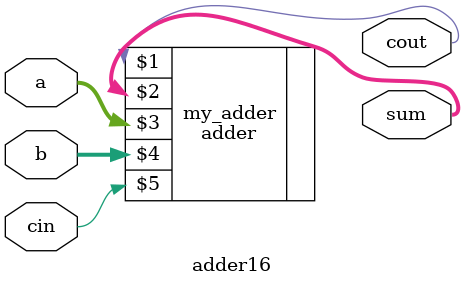
<source format=v>
`include "adder.v"

module adder16(cout, sum, a, b, cin);
output cout;
/* We are also using a parameter at this level of hierarchy */
parameter my_size = 16;	// I want a 16 bit adder
output [my_size - 1: 0] sum;
input [my_size - 1: 0] a, b;
input cin;

/* my_size overwrites size inside instance my_adder of adder */
adder #(my_size) my_adder (cout, sum, a, b, cin);

endmodule











</source>
